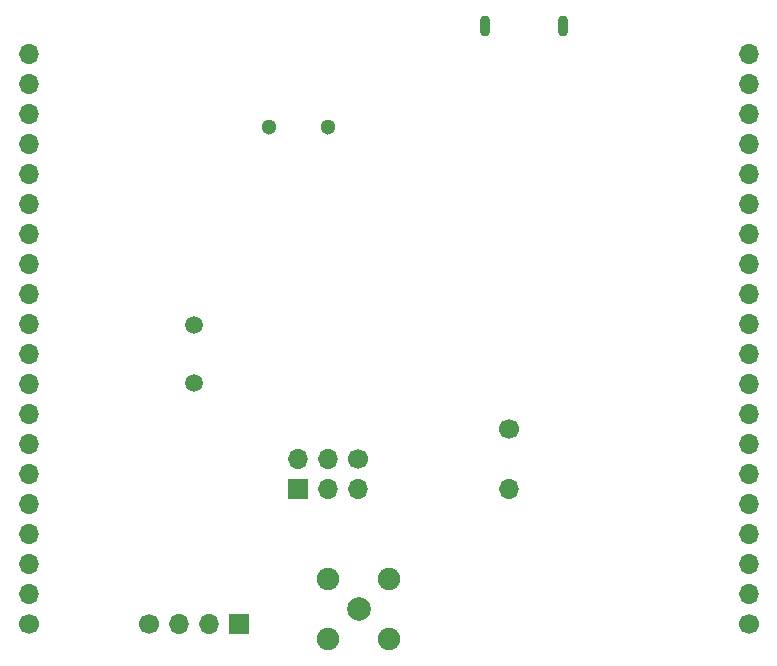
<source format=gbr>
%TF.GenerationSoftware,KiCad,Pcbnew,(6.0.5)*%
%TF.CreationDate,2022-09-12T21:51:21+10:00*%
%TF.ProjectId,shield,73686965-6c64-42e6-9b69-6361645f7063,rev?*%
%TF.SameCoordinates,Original*%
%TF.FileFunction,Soldermask,Bot*%
%TF.FilePolarity,Negative*%
%FSLAX46Y46*%
G04 Gerber Fmt 4.6, Leading zero omitted, Abs format (unit mm)*
G04 Created by KiCad (PCBNEW (6.0.5)) date 2022-09-12 21:51:21*
%MOMM*%
%LPD*%
G01*
G04 APERTURE LIST*
%ADD10C,2.006600*%
%ADD11C,1.905000*%
%ADD12C,0.500000*%
%ADD13O,0.900000X1.800000*%
%ADD14C,1.700000*%
%ADD15O,1.700000X1.700000*%
%ADD16R,1.700000X1.700000*%
%ADD17C,1.500000*%
%ADD18C,1.300000*%
G04 APERTURE END LIST*
D10*
%TO.C,J7*%
X78740000Y-111760000D03*
D11*
X76187300Y-109207300D03*
X76187300Y-114312700D03*
X81292700Y-114312700D03*
X81292700Y-109207300D03*
%TD*%
D12*
%TO.C,J4*%
X89410000Y-62407800D03*
X96010000Y-62407800D03*
D13*
X96009993Y-62407800D03*
X89410000Y-62407800D03*
%TD*%
D14*
%TO.C,J3*%
X78724989Y-99054996D03*
D15*
X78725000Y-101595000D03*
X76185000Y-99055000D03*
X76185000Y-101595000D03*
X73645000Y-99055000D03*
D16*
X73644989Y-101594996D03*
%TD*%
D14*
%TO.C,J1*%
X50800000Y-113030000D03*
D15*
X50800000Y-110490000D03*
X50800000Y-107950000D03*
X50800000Y-105410000D03*
X50800000Y-102870000D03*
X50800000Y-100330000D03*
X50800000Y-97790000D03*
X50800000Y-95250000D03*
X50800000Y-92710000D03*
X50800000Y-90170000D03*
X50800000Y-87630000D03*
X50800000Y-85090000D03*
X50800000Y-82550000D03*
X50800000Y-80010000D03*
X50800000Y-77470000D03*
X50800000Y-74930000D03*
X50800000Y-72390000D03*
X50800000Y-69850000D03*
X50800000Y-67310000D03*
X50800000Y-64770000D03*
%TD*%
D14*
%TO.C,J2*%
X111760003Y-113030000D03*
D15*
X111760000Y-110490000D03*
X111760000Y-107950000D03*
X111760000Y-105410000D03*
X111760000Y-102870000D03*
X111760000Y-100330000D03*
X111760000Y-97790000D03*
X111760000Y-95250000D03*
X111760000Y-92710000D03*
X111760000Y-90170000D03*
X111760000Y-87630000D03*
X111760000Y-85090000D03*
X111760000Y-82550000D03*
X111760000Y-80010000D03*
X111760000Y-77470000D03*
X111760000Y-74930000D03*
X111760000Y-72390000D03*
X111760000Y-69850000D03*
X111760000Y-67310000D03*
X111760000Y-64770000D03*
%TD*%
D14*
%TO.C,J6*%
X60970000Y-113030000D03*
D15*
X63510000Y-113030000D03*
X66050000Y-113030000D03*
D16*
X68590000Y-113030000D03*
%TD*%
D17*
%TO.C,Y1*%
X64770000Y-92620000D03*
X64770000Y-87740000D03*
%TD*%
D14*
%TO.C,SW1*%
X91440000Y-96535000D03*
D15*
X91440000Y-101615000D03*
%TD*%
D18*
%TO.C,J5*%
X76160000Y-70980000D03*
X71160000Y-70980000D03*
%TD*%
M02*

</source>
